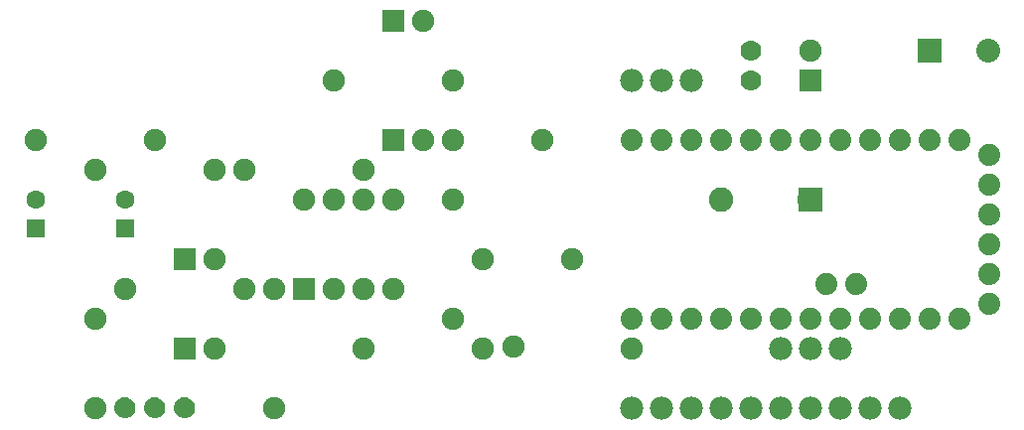
<source format=gbl>
G04 MADE WITH FRITZING*
G04 WWW.FRITZING.ORG*
G04 DOUBLE SIDED*
G04 HOLES PLATED*
G04 CONTOUR ON CENTER OF CONTOUR VECTOR*
%ASAXBY*%
%FSLAX23Y23*%
%MOIN*%
%OFA0B0*%
%SFA1.0B1.0*%
%ADD10C,0.075000*%
%ADD11C,0.074000*%
%ADD12C,0.078000*%
%ADD13C,0.080000*%
%ADD14C,0.082000*%
%ADD15C,0.070000*%
%ADD16C,0.062992*%
%ADD17R,0.080000X0.080000*%
%ADD18R,0.082000X0.082000*%
%ADD19R,0.075000X0.075000*%
%ADD20R,0.062992X0.062992*%
%ADD21R,0.001000X0.001000*%
%LNCOPPER0*%
G90*
G70*
G54D10*
X1673Y768D03*
X1973Y768D03*
G54D11*
X3373Y618D03*
X3373Y718D03*
X3373Y818D03*
X3373Y918D03*
X3373Y1018D03*
X3373Y1118D03*
X3273Y568D03*
X3173Y568D03*
X3073Y568D03*
X2973Y568D03*
X2873Y568D03*
X2928Y683D03*
X2828Y683D03*
X2773Y568D03*
X2673Y568D03*
X2573Y568D03*
X2473Y568D03*
X2373Y568D03*
X2273Y568D03*
X2173Y568D03*
X2173Y1168D03*
X2273Y1168D03*
X2373Y1168D03*
X2473Y1168D03*
X2573Y1168D03*
X2673Y1168D03*
X2773Y1168D03*
X2873Y1168D03*
X2973Y1168D03*
X3073Y1168D03*
X3173Y1168D03*
X3273Y1168D03*
G54D12*
X2173Y268D03*
X2273Y268D03*
X2373Y268D03*
X2473Y268D03*
X2573Y268D03*
X2673Y268D03*
X2773Y268D03*
X2873Y268D03*
X2973Y268D03*
X3073Y268D03*
X2173Y1368D03*
X2273Y1368D03*
X2373Y1368D03*
G54D13*
X3173Y1468D03*
X3370Y1468D03*
G54D14*
X2771Y968D03*
X2473Y968D03*
G54D10*
X2773Y1368D03*
X2773Y1468D03*
G54D15*
X2573Y1368D03*
X2573Y1469D03*
G54D10*
X1073Y668D03*
X1073Y968D03*
X1173Y668D03*
X1173Y968D03*
X1273Y668D03*
X1273Y968D03*
X1373Y668D03*
X1373Y968D03*
G54D16*
X473Y870D03*
X473Y968D03*
G54D10*
X1778Y473D03*
X2173Y468D03*
G54D12*
X2673Y468D03*
X2773Y468D03*
X2873Y468D03*
G54D16*
X173Y870D03*
X173Y968D03*
G54D10*
X373Y1068D03*
X773Y1068D03*
X173Y1168D03*
X573Y1168D03*
X673Y468D03*
X773Y468D03*
X1273Y468D03*
X1673Y468D03*
X973Y668D03*
X973Y268D03*
X473Y668D03*
X873Y668D03*
X673Y768D03*
X773Y768D03*
G54D15*
X673Y268D03*
X573Y268D03*
X473Y268D03*
G54D10*
X373Y268D03*
X373Y568D03*
X1373Y1168D03*
X1473Y1168D03*
X1573Y968D03*
X1573Y568D03*
X1573Y1168D03*
X1873Y1168D03*
X873Y1068D03*
X1273Y1068D03*
X1173Y1368D03*
X1573Y1368D03*
X1373Y1568D03*
X1473Y1568D03*
G54D17*
X3173Y1468D03*
G54D18*
X2772Y968D03*
G54D19*
X2773Y1368D03*
X1073Y668D03*
G54D20*
X473Y870D03*
X173Y870D03*
G54D19*
X673Y468D03*
X673Y768D03*
X1373Y1168D03*
X1373Y1568D03*
G54D21*
X466Y304D02*
X479Y304D01*
X566Y304D02*
X579Y304D01*
X666Y304D02*
X679Y304D01*
X462Y303D02*
X482Y303D01*
X562Y303D02*
X582Y303D01*
X662Y303D02*
X682Y303D01*
X460Y302D02*
X485Y302D01*
X560Y302D02*
X585Y302D01*
X660Y302D02*
X685Y302D01*
X458Y301D02*
X487Y301D01*
X558Y301D02*
X587Y301D01*
X658Y301D02*
X687Y301D01*
X456Y300D02*
X488Y300D01*
X556Y300D02*
X588Y300D01*
X656Y300D02*
X688Y300D01*
X455Y299D02*
X490Y299D01*
X555Y299D02*
X590Y299D01*
X655Y299D02*
X690Y299D01*
X453Y298D02*
X491Y298D01*
X553Y298D02*
X591Y298D01*
X653Y298D02*
X691Y298D01*
X452Y297D02*
X493Y297D01*
X552Y297D02*
X593Y297D01*
X652Y297D02*
X693Y297D01*
X451Y296D02*
X494Y296D01*
X551Y296D02*
X594Y296D01*
X651Y296D02*
X694Y296D01*
X450Y295D02*
X495Y295D01*
X550Y295D02*
X595Y295D01*
X650Y295D02*
X695Y295D01*
X448Y294D02*
X496Y294D01*
X548Y294D02*
X596Y294D01*
X648Y294D02*
X696Y294D01*
X448Y293D02*
X497Y293D01*
X548Y293D02*
X597Y293D01*
X648Y293D02*
X697Y293D01*
X447Y292D02*
X498Y292D01*
X547Y292D02*
X598Y292D01*
X647Y292D02*
X698Y292D01*
X446Y291D02*
X499Y291D01*
X546Y291D02*
X599Y291D01*
X646Y291D02*
X699Y291D01*
X445Y290D02*
X500Y290D01*
X545Y290D02*
X600Y290D01*
X645Y290D02*
X699Y290D01*
X444Y289D02*
X500Y289D01*
X544Y289D02*
X600Y289D01*
X644Y289D02*
X700Y289D01*
X444Y288D02*
X501Y288D01*
X544Y288D02*
X601Y288D01*
X644Y288D02*
X701Y288D01*
X443Y287D02*
X502Y287D01*
X543Y287D02*
X602Y287D01*
X643Y287D02*
X702Y287D01*
X442Y286D02*
X502Y286D01*
X542Y286D02*
X602Y286D01*
X642Y286D02*
X702Y286D01*
X442Y285D02*
X503Y285D01*
X542Y285D02*
X603Y285D01*
X642Y285D02*
X703Y285D01*
X441Y284D02*
X466Y284D01*
X479Y284D02*
X503Y284D01*
X541Y284D02*
X566Y284D01*
X579Y284D02*
X603Y284D01*
X641Y284D02*
X666Y284D01*
X679Y284D02*
X703Y284D01*
X441Y283D02*
X464Y283D01*
X481Y283D02*
X504Y283D01*
X541Y283D02*
X564Y283D01*
X581Y283D02*
X604Y283D01*
X641Y283D02*
X663Y283D01*
X681Y283D02*
X704Y283D01*
X440Y282D02*
X462Y282D01*
X483Y282D02*
X504Y282D01*
X540Y282D02*
X562Y282D01*
X583Y282D02*
X604Y282D01*
X640Y282D02*
X662Y282D01*
X683Y282D02*
X704Y282D01*
X440Y281D02*
X461Y281D01*
X484Y281D02*
X505Y281D01*
X540Y281D02*
X561Y281D01*
X584Y281D02*
X605Y281D01*
X640Y281D02*
X661Y281D01*
X684Y281D02*
X705Y281D01*
X440Y280D02*
X460Y280D01*
X485Y280D02*
X505Y280D01*
X540Y280D02*
X560Y280D01*
X585Y280D02*
X605Y280D01*
X640Y280D02*
X660Y280D01*
X685Y280D02*
X705Y280D01*
X439Y279D02*
X459Y279D01*
X485Y279D02*
X505Y279D01*
X539Y279D02*
X559Y279D01*
X585Y279D02*
X605Y279D01*
X639Y279D02*
X659Y279D01*
X685Y279D02*
X705Y279D01*
X439Y278D02*
X459Y278D01*
X486Y278D02*
X506Y278D01*
X539Y278D02*
X559Y278D01*
X586Y278D02*
X606Y278D01*
X639Y278D02*
X659Y278D01*
X686Y278D02*
X706Y278D01*
X439Y277D02*
X458Y277D01*
X486Y277D02*
X506Y277D01*
X539Y277D02*
X558Y277D01*
X586Y277D02*
X606Y277D01*
X639Y277D02*
X658Y277D01*
X686Y277D02*
X706Y277D01*
X438Y276D02*
X458Y276D01*
X487Y276D02*
X506Y276D01*
X538Y276D02*
X558Y276D01*
X587Y276D02*
X606Y276D01*
X638Y276D02*
X658Y276D01*
X687Y276D02*
X706Y276D01*
X438Y275D02*
X457Y275D01*
X487Y275D02*
X506Y275D01*
X538Y275D02*
X557Y275D01*
X587Y275D02*
X606Y275D01*
X638Y275D02*
X657Y275D01*
X687Y275D02*
X706Y275D01*
X438Y274D02*
X457Y274D01*
X487Y274D02*
X506Y274D01*
X538Y274D02*
X557Y274D01*
X587Y274D02*
X606Y274D01*
X638Y274D02*
X657Y274D01*
X687Y274D02*
X706Y274D01*
X438Y273D02*
X457Y273D01*
X488Y273D02*
X507Y273D01*
X538Y273D02*
X557Y273D01*
X588Y273D02*
X607Y273D01*
X638Y273D02*
X657Y273D01*
X688Y273D02*
X707Y273D01*
X438Y272D02*
X457Y272D01*
X488Y272D02*
X507Y272D01*
X538Y272D02*
X557Y272D01*
X588Y272D02*
X607Y272D01*
X638Y272D02*
X657Y272D01*
X688Y272D02*
X707Y272D01*
X438Y271D02*
X457Y271D01*
X488Y271D02*
X507Y271D01*
X538Y271D02*
X557Y271D01*
X588Y271D02*
X607Y271D01*
X638Y271D02*
X657Y271D01*
X688Y271D02*
X707Y271D01*
X438Y270D02*
X457Y270D01*
X488Y270D02*
X507Y270D01*
X538Y270D02*
X557Y270D01*
X588Y270D02*
X607Y270D01*
X638Y270D02*
X657Y270D01*
X688Y270D02*
X707Y270D01*
X438Y269D02*
X457Y269D01*
X488Y269D02*
X507Y269D01*
X538Y269D02*
X557Y269D01*
X588Y269D02*
X607Y269D01*
X638Y269D02*
X657Y269D01*
X688Y269D02*
X707Y269D01*
X438Y268D02*
X457Y268D01*
X488Y268D02*
X507Y268D01*
X538Y268D02*
X557Y268D01*
X588Y268D02*
X607Y268D01*
X638Y268D02*
X657Y268D01*
X688Y268D02*
X707Y268D01*
X438Y267D02*
X457Y267D01*
X488Y267D02*
X507Y267D01*
X538Y267D02*
X557Y267D01*
X588Y267D02*
X607Y267D01*
X638Y267D02*
X657Y267D01*
X688Y267D02*
X707Y267D01*
X438Y266D02*
X457Y266D01*
X487Y266D02*
X506Y266D01*
X538Y266D02*
X557Y266D01*
X587Y266D02*
X606Y266D01*
X638Y266D02*
X657Y266D01*
X687Y266D02*
X706Y266D01*
X438Y265D02*
X457Y265D01*
X487Y265D02*
X506Y265D01*
X538Y265D02*
X557Y265D01*
X587Y265D02*
X606Y265D01*
X638Y265D02*
X657Y265D01*
X687Y265D02*
X706Y265D01*
X438Y264D02*
X458Y264D01*
X487Y264D02*
X506Y264D01*
X538Y264D02*
X558Y264D01*
X587Y264D02*
X606Y264D01*
X638Y264D02*
X658Y264D01*
X687Y264D02*
X706Y264D01*
X439Y263D02*
X458Y263D01*
X487Y263D02*
X506Y263D01*
X539Y263D02*
X558Y263D01*
X587Y263D02*
X606Y263D01*
X639Y263D02*
X658Y263D01*
X687Y263D02*
X706Y263D01*
X439Y262D02*
X458Y262D01*
X486Y262D02*
X506Y262D01*
X539Y262D02*
X558Y262D01*
X586Y262D02*
X606Y262D01*
X639Y262D02*
X658Y262D01*
X686Y262D02*
X706Y262D01*
X439Y261D02*
X459Y261D01*
X486Y261D02*
X505Y261D01*
X539Y261D02*
X559Y261D01*
X586Y261D02*
X605Y261D01*
X639Y261D02*
X659Y261D01*
X686Y261D02*
X705Y261D01*
X439Y260D02*
X460Y260D01*
X485Y260D02*
X505Y260D01*
X539Y260D02*
X560Y260D01*
X585Y260D02*
X605Y260D01*
X639Y260D02*
X660Y260D01*
X685Y260D02*
X705Y260D01*
X440Y259D02*
X460Y259D01*
X484Y259D02*
X505Y259D01*
X540Y259D02*
X560Y259D01*
X584Y259D02*
X605Y259D01*
X640Y259D02*
X660Y259D01*
X684Y259D02*
X705Y259D01*
X440Y258D02*
X462Y258D01*
X483Y258D02*
X504Y258D01*
X540Y258D02*
X562Y258D01*
X583Y258D02*
X604Y258D01*
X640Y258D02*
X662Y258D01*
X683Y258D02*
X704Y258D01*
X441Y257D02*
X463Y257D01*
X482Y257D02*
X504Y257D01*
X541Y257D02*
X563Y257D01*
X582Y257D02*
X604Y257D01*
X641Y257D02*
X663Y257D01*
X682Y257D02*
X704Y257D01*
X441Y256D02*
X465Y256D01*
X479Y256D02*
X503Y256D01*
X541Y256D02*
X565Y256D01*
X579Y256D02*
X603Y256D01*
X641Y256D02*
X665Y256D01*
X679Y256D02*
X703Y256D01*
X442Y255D02*
X470Y255D01*
X475Y255D02*
X503Y255D01*
X542Y255D02*
X570Y255D01*
X575Y255D02*
X603Y255D01*
X642Y255D02*
X670Y255D01*
X675Y255D02*
X703Y255D01*
X442Y254D02*
X502Y254D01*
X542Y254D02*
X602Y254D01*
X642Y254D02*
X702Y254D01*
X443Y253D02*
X502Y253D01*
X543Y253D02*
X602Y253D01*
X643Y253D02*
X702Y253D01*
X443Y252D02*
X501Y252D01*
X543Y252D02*
X601Y252D01*
X643Y252D02*
X701Y252D01*
X444Y251D02*
X500Y251D01*
X544Y251D02*
X600Y251D01*
X644Y251D02*
X700Y251D01*
X445Y250D02*
X500Y250D01*
X545Y250D02*
X600Y250D01*
X645Y250D02*
X700Y250D01*
X446Y249D02*
X499Y249D01*
X546Y249D02*
X599Y249D01*
X646Y249D02*
X699Y249D01*
X446Y248D02*
X498Y248D01*
X546Y248D02*
X598Y248D01*
X646Y248D02*
X698Y248D01*
X447Y247D02*
X497Y247D01*
X547Y247D02*
X597Y247D01*
X647Y247D02*
X697Y247D01*
X448Y246D02*
X496Y246D01*
X548Y246D02*
X596Y246D01*
X648Y246D02*
X696Y246D01*
X449Y245D02*
X495Y245D01*
X549Y245D02*
X595Y245D01*
X649Y245D02*
X695Y245D01*
X450Y244D02*
X494Y244D01*
X550Y244D02*
X594Y244D01*
X650Y244D02*
X694Y244D01*
X451Y243D02*
X493Y243D01*
X551Y243D02*
X593Y243D01*
X651Y243D02*
X693Y243D01*
X453Y242D02*
X492Y242D01*
X553Y242D02*
X592Y242D01*
X653Y242D02*
X692Y242D01*
X454Y241D02*
X490Y241D01*
X554Y241D02*
X590Y241D01*
X654Y241D02*
X690Y241D01*
X456Y240D02*
X489Y240D01*
X556Y240D02*
X589Y240D01*
X656Y240D02*
X689Y240D01*
X457Y239D02*
X487Y239D01*
X557Y239D02*
X587Y239D01*
X657Y239D02*
X687Y239D01*
X459Y238D02*
X485Y238D01*
X559Y238D02*
X585Y238D01*
X659Y238D02*
X685Y238D01*
X462Y237D02*
X483Y237D01*
X562Y237D02*
X583Y237D01*
X662Y237D02*
X683Y237D01*
X465Y236D02*
X480Y236D01*
X565Y236D02*
X580Y236D01*
X665Y236D02*
X680Y236D01*
X470Y235D02*
X474Y235D01*
X570Y235D02*
X574Y235D01*
X670Y235D02*
X674Y235D01*
D02*
G04 End of Copper0*
M02*
</source>
